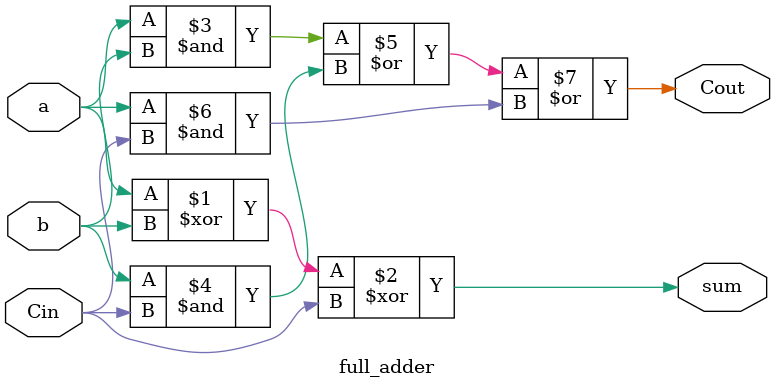
<source format=v>
module full_adder(
    input a,
    input b,
    input Cin,
    output sum,
    output Cout
);
assign sum = a^b ^Cin;
assign Cout = (a&b)|(b&Cin)|(a&Cin);
endmodule

</source>
